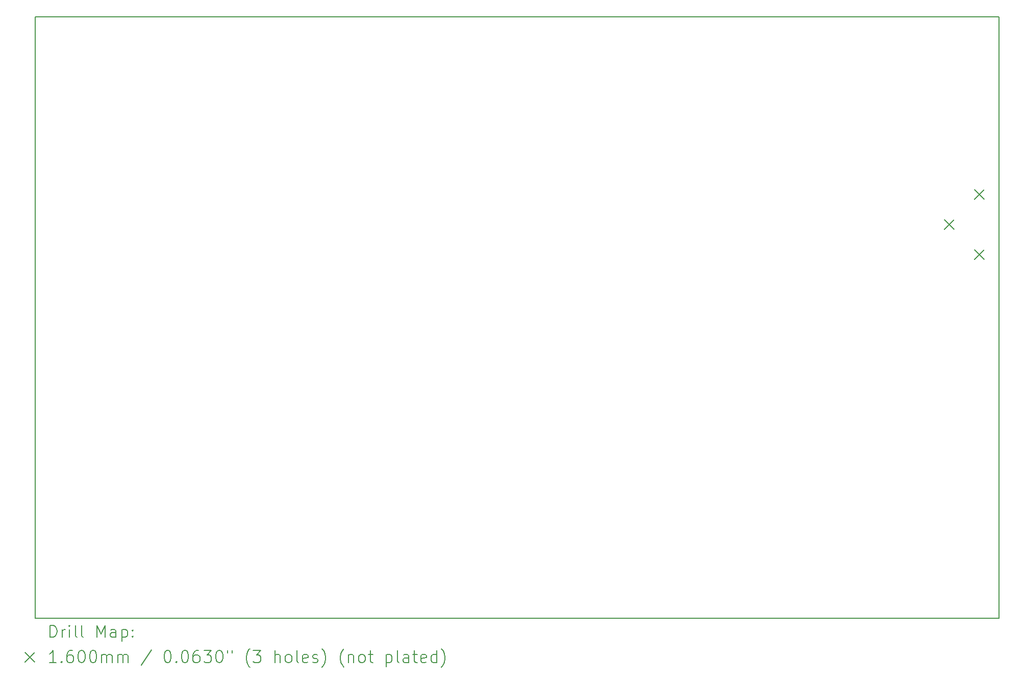
<source format=gbr>
%TF.GenerationSoftware,KiCad,Pcbnew,(6.0.11)*%
%TF.CreationDate,2024-04-02T11:50:44-04:00*%
%TF.ProjectId,DAISY256,44414953-5932-4353-962e-6b696361645f,rev?*%
%TF.SameCoordinates,Original*%
%TF.FileFunction,Drillmap*%
%TF.FilePolarity,Positive*%
%FSLAX45Y45*%
G04 Gerber Fmt 4.5, Leading zero omitted, Abs format (unit mm)*
G04 Created by KiCad (PCBNEW (6.0.11)) date 2024-04-02 11:50:44*
%MOMM*%
%LPD*%
G01*
G04 APERTURE LIST*
%ADD10C,0.150000*%
%ADD11C,0.200000*%
%ADD12C,0.160000*%
G04 APERTURE END LIST*
D10*
X4618000Y-15857000D02*
X7638000Y-15857000D01*
X17628000Y-15857000D02*
X20618000Y-15857000D01*
X4618000Y-5867000D02*
X7638000Y-5867000D01*
X17628000Y-5867000D02*
X7638000Y-5867000D01*
X20618000Y-5867000D02*
X20618000Y-15857000D01*
X17628000Y-5867000D02*
X20618000Y-5867000D01*
X7638000Y-15857000D02*
X17628000Y-15857000D01*
X4618000Y-5867000D02*
X4618000Y-15857000D01*
D11*
D12*
X19713000Y-9238600D02*
X19873000Y-9398600D01*
X19873000Y-9238600D02*
X19713000Y-9398600D01*
X20213000Y-8738600D02*
X20373000Y-8898600D01*
X20373000Y-8738600D02*
X20213000Y-8898600D01*
X20213000Y-9738600D02*
X20373000Y-9898600D01*
X20373000Y-9738600D02*
X20213000Y-9898600D01*
D11*
X4868119Y-16174976D02*
X4868119Y-15974976D01*
X4915738Y-15974976D01*
X4944310Y-15984500D01*
X4963357Y-16003548D01*
X4972881Y-16022595D01*
X4982405Y-16060690D01*
X4982405Y-16089262D01*
X4972881Y-16127357D01*
X4963357Y-16146405D01*
X4944310Y-16165452D01*
X4915738Y-16174976D01*
X4868119Y-16174976D01*
X5068119Y-16174976D02*
X5068119Y-16041643D01*
X5068119Y-16079738D02*
X5077643Y-16060690D01*
X5087167Y-16051167D01*
X5106214Y-16041643D01*
X5125262Y-16041643D01*
X5191929Y-16174976D02*
X5191929Y-16041643D01*
X5191929Y-15974976D02*
X5182405Y-15984500D01*
X5191929Y-15994024D01*
X5201452Y-15984500D01*
X5191929Y-15974976D01*
X5191929Y-15994024D01*
X5315738Y-16174976D02*
X5296690Y-16165452D01*
X5287167Y-16146405D01*
X5287167Y-15974976D01*
X5420500Y-16174976D02*
X5401452Y-16165452D01*
X5391929Y-16146405D01*
X5391929Y-15974976D01*
X5649071Y-16174976D02*
X5649071Y-15974976D01*
X5715738Y-16117833D01*
X5782405Y-15974976D01*
X5782405Y-16174976D01*
X5963357Y-16174976D02*
X5963357Y-16070214D01*
X5953833Y-16051167D01*
X5934786Y-16041643D01*
X5896690Y-16041643D01*
X5877643Y-16051167D01*
X5963357Y-16165452D02*
X5944309Y-16174976D01*
X5896690Y-16174976D01*
X5877643Y-16165452D01*
X5868119Y-16146405D01*
X5868119Y-16127357D01*
X5877643Y-16108309D01*
X5896690Y-16098786D01*
X5944309Y-16098786D01*
X5963357Y-16089262D01*
X6058595Y-16041643D02*
X6058595Y-16241643D01*
X6058595Y-16051167D02*
X6077643Y-16041643D01*
X6115738Y-16041643D01*
X6134786Y-16051167D01*
X6144309Y-16060690D01*
X6153833Y-16079738D01*
X6153833Y-16136881D01*
X6144309Y-16155928D01*
X6134786Y-16165452D01*
X6115738Y-16174976D01*
X6077643Y-16174976D01*
X6058595Y-16165452D01*
X6239548Y-16155928D02*
X6249071Y-16165452D01*
X6239548Y-16174976D01*
X6230024Y-16165452D01*
X6239548Y-16155928D01*
X6239548Y-16174976D01*
X6239548Y-16051167D02*
X6249071Y-16060690D01*
X6239548Y-16070214D01*
X6230024Y-16060690D01*
X6239548Y-16051167D01*
X6239548Y-16070214D01*
D12*
X4450500Y-16424500D02*
X4610500Y-16584500D01*
X4610500Y-16424500D02*
X4450500Y-16584500D01*
D11*
X4972881Y-16594976D02*
X4858595Y-16594976D01*
X4915738Y-16594976D02*
X4915738Y-16394976D01*
X4896690Y-16423548D01*
X4877643Y-16442595D01*
X4858595Y-16452119D01*
X5058595Y-16575928D02*
X5068119Y-16585452D01*
X5058595Y-16594976D01*
X5049071Y-16585452D01*
X5058595Y-16575928D01*
X5058595Y-16594976D01*
X5239548Y-16394976D02*
X5201452Y-16394976D01*
X5182405Y-16404500D01*
X5172881Y-16414024D01*
X5153833Y-16442595D01*
X5144310Y-16480690D01*
X5144310Y-16556881D01*
X5153833Y-16575928D01*
X5163357Y-16585452D01*
X5182405Y-16594976D01*
X5220500Y-16594976D01*
X5239548Y-16585452D01*
X5249071Y-16575928D01*
X5258595Y-16556881D01*
X5258595Y-16509262D01*
X5249071Y-16490214D01*
X5239548Y-16480690D01*
X5220500Y-16471167D01*
X5182405Y-16471167D01*
X5163357Y-16480690D01*
X5153833Y-16490214D01*
X5144310Y-16509262D01*
X5382405Y-16394976D02*
X5401452Y-16394976D01*
X5420500Y-16404500D01*
X5430024Y-16414024D01*
X5439548Y-16433071D01*
X5449071Y-16471167D01*
X5449071Y-16518786D01*
X5439548Y-16556881D01*
X5430024Y-16575928D01*
X5420500Y-16585452D01*
X5401452Y-16594976D01*
X5382405Y-16594976D01*
X5363357Y-16585452D01*
X5353833Y-16575928D01*
X5344310Y-16556881D01*
X5334786Y-16518786D01*
X5334786Y-16471167D01*
X5344310Y-16433071D01*
X5353833Y-16414024D01*
X5363357Y-16404500D01*
X5382405Y-16394976D01*
X5572881Y-16394976D02*
X5591929Y-16394976D01*
X5610976Y-16404500D01*
X5620500Y-16414024D01*
X5630024Y-16433071D01*
X5639548Y-16471167D01*
X5639548Y-16518786D01*
X5630024Y-16556881D01*
X5620500Y-16575928D01*
X5610976Y-16585452D01*
X5591929Y-16594976D01*
X5572881Y-16594976D01*
X5553833Y-16585452D01*
X5544310Y-16575928D01*
X5534786Y-16556881D01*
X5525262Y-16518786D01*
X5525262Y-16471167D01*
X5534786Y-16433071D01*
X5544310Y-16414024D01*
X5553833Y-16404500D01*
X5572881Y-16394976D01*
X5725262Y-16594976D02*
X5725262Y-16461643D01*
X5725262Y-16480690D02*
X5734786Y-16471167D01*
X5753833Y-16461643D01*
X5782405Y-16461643D01*
X5801452Y-16471167D01*
X5810976Y-16490214D01*
X5810976Y-16594976D01*
X5810976Y-16490214D02*
X5820500Y-16471167D01*
X5839548Y-16461643D01*
X5868119Y-16461643D01*
X5887167Y-16471167D01*
X5896690Y-16490214D01*
X5896690Y-16594976D01*
X5991928Y-16594976D02*
X5991928Y-16461643D01*
X5991928Y-16480690D02*
X6001452Y-16471167D01*
X6020500Y-16461643D01*
X6049071Y-16461643D01*
X6068119Y-16471167D01*
X6077643Y-16490214D01*
X6077643Y-16594976D01*
X6077643Y-16490214D02*
X6087167Y-16471167D01*
X6106214Y-16461643D01*
X6134786Y-16461643D01*
X6153833Y-16471167D01*
X6163357Y-16490214D01*
X6163357Y-16594976D01*
X6553833Y-16385452D02*
X6382405Y-16642595D01*
X6810976Y-16394976D02*
X6830024Y-16394976D01*
X6849071Y-16404500D01*
X6858595Y-16414024D01*
X6868119Y-16433071D01*
X6877643Y-16471167D01*
X6877643Y-16518786D01*
X6868119Y-16556881D01*
X6858595Y-16575928D01*
X6849071Y-16585452D01*
X6830024Y-16594976D01*
X6810976Y-16594976D01*
X6791928Y-16585452D01*
X6782405Y-16575928D01*
X6772881Y-16556881D01*
X6763357Y-16518786D01*
X6763357Y-16471167D01*
X6772881Y-16433071D01*
X6782405Y-16414024D01*
X6791928Y-16404500D01*
X6810976Y-16394976D01*
X6963357Y-16575928D02*
X6972881Y-16585452D01*
X6963357Y-16594976D01*
X6953833Y-16585452D01*
X6963357Y-16575928D01*
X6963357Y-16594976D01*
X7096690Y-16394976D02*
X7115738Y-16394976D01*
X7134786Y-16404500D01*
X7144309Y-16414024D01*
X7153833Y-16433071D01*
X7163357Y-16471167D01*
X7163357Y-16518786D01*
X7153833Y-16556881D01*
X7144309Y-16575928D01*
X7134786Y-16585452D01*
X7115738Y-16594976D01*
X7096690Y-16594976D01*
X7077643Y-16585452D01*
X7068119Y-16575928D01*
X7058595Y-16556881D01*
X7049071Y-16518786D01*
X7049071Y-16471167D01*
X7058595Y-16433071D01*
X7068119Y-16414024D01*
X7077643Y-16404500D01*
X7096690Y-16394976D01*
X7334786Y-16394976D02*
X7296690Y-16394976D01*
X7277643Y-16404500D01*
X7268119Y-16414024D01*
X7249071Y-16442595D01*
X7239548Y-16480690D01*
X7239548Y-16556881D01*
X7249071Y-16575928D01*
X7258595Y-16585452D01*
X7277643Y-16594976D01*
X7315738Y-16594976D01*
X7334786Y-16585452D01*
X7344309Y-16575928D01*
X7353833Y-16556881D01*
X7353833Y-16509262D01*
X7344309Y-16490214D01*
X7334786Y-16480690D01*
X7315738Y-16471167D01*
X7277643Y-16471167D01*
X7258595Y-16480690D01*
X7249071Y-16490214D01*
X7239548Y-16509262D01*
X7420500Y-16394976D02*
X7544309Y-16394976D01*
X7477643Y-16471167D01*
X7506214Y-16471167D01*
X7525262Y-16480690D01*
X7534786Y-16490214D01*
X7544309Y-16509262D01*
X7544309Y-16556881D01*
X7534786Y-16575928D01*
X7525262Y-16585452D01*
X7506214Y-16594976D01*
X7449071Y-16594976D01*
X7430024Y-16585452D01*
X7420500Y-16575928D01*
X7668119Y-16394976D02*
X7687167Y-16394976D01*
X7706214Y-16404500D01*
X7715738Y-16414024D01*
X7725262Y-16433071D01*
X7734786Y-16471167D01*
X7734786Y-16518786D01*
X7725262Y-16556881D01*
X7715738Y-16575928D01*
X7706214Y-16585452D01*
X7687167Y-16594976D01*
X7668119Y-16594976D01*
X7649071Y-16585452D01*
X7639548Y-16575928D01*
X7630024Y-16556881D01*
X7620500Y-16518786D01*
X7620500Y-16471167D01*
X7630024Y-16433071D01*
X7639548Y-16414024D01*
X7649071Y-16404500D01*
X7668119Y-16394976D01*
X7810976Y-16394976D02*
X7810976Y-16433071D01*
X7887167Y-16394976D02*
X7887167Y-16433071D01*
X8182405Y-16671167D02*
X8172881Y-16661643D01*
X8153833Y-16633071D01*
X8144309Y-16614024D01*
X8134786Y-16585452D01*
X8125262Y-16537833D01*
X8125262Y-16499738D01*
X8134786Y-16452119D01*
X8144309Y-16423548D01*
X8153833Y-16404500D01*
X8172881Y-16375928D01*
X8182405Y-16366405D01*
X8239548Y-16394976D02*
X8363357Y-16394976D01*
X8296690Y-16471167D01*
X8325262Y-16471167D01*
X8344309Y-16480690D01*
X8353833Y-16490214D01*
X8363357Y-16509262D01*
X8363357Y-16556881D01*
X8353833Y-16575928D01*
X8344309Y-16585452D01*
X8325262Y-16594976D01*
X8268119Y-16594976D01*
X8249071Y-16585452D01*
X8239548Y-16575928D01*
X8601452Y-16594976D02*
X8601452Y-16394976D01*
X8687167Y-16594976D02*
X8687167Y-16490214D01*
X8677643Y-16471167D01*
X8658595Y-16461643D01*
X8630024Y-16461643D01*
X8610976Y-16471167D01*
X8601452Y-16480690D01*
X8810976Y-16594976D02*
X8791929Y-16585452D01*
X8782405Y-16575928D01*
X8772881Y-16556881D01*
X8772881Y-16499738D01*
X8782405Y-16480690D01*
X8791929Y-16471167D01*
X8810976Y-16461643D01*
X8839548Y-16461643D01*
X8858595Y-16471167D01*
X8868119Y-16480690D01*
X8877643Y-16499738D01*
X8877643Y-16556881D01*
X8868119Y-16575928D01*
X8858595Y-16585452D01*
X8839548Y-16594976D01*
X8810976Y-16594976D01*
X8991929Y-16594976D02*
X8972881Y-16585452D01*
X8963357Y-16566405D01*
X8963357Y-16394976D01*
X9144310Y-16585452D02*
X9125262Y-16594976D01*
X9087167Y-16594976D01*
X9068119Y-16585452D01*
X9058595Y-16566405D01*
X9058595Y-16490214D01*
X9068119Y-16471167D01*
X9087167Y-16461643D01*
X9125262Y-16461643D01*
X9144310Y-16471167D01*
X9153833Y-16490214D01*
X9153833Y-16509262D01*
X9058595Y-16528309D01*
X9230024Y-16585452D02*
X9249071Y-16594976D01*
X9287167Y-16594976D01*
X9306214Y-16585452D01*
X9315738Y-16566405D01*
X9315738Y-16556881D01*
X9306214Y-16537833D01*
X9287167Y-16528309D01*
X9258595Y-16528309D01*
X9239548Y-16518786D01*
X9230024Y-16499738D01*
X9230024Y-16490214D01*
X9239548Y-16471167D01*
X9258595Y-16461643D01*
X9287167Y-16461643D01*
X9306214Y-16471167D01*
X9382405Y-16671167D02*
X9391929Y-16661643D01*
X9410976Y-16633071D01*
X9420500Y-16614024D01*
X9430024Y-16585452D01*
X9439548Y-16537833D01*
X9439548Y-16499738D01*
X9430024Y-16452119D01*
X9420500Y-16423548D01*
X9410976Y-16404500D01*
X9391929Y-16375928D01*
X9382405Y-16366405D01*
X9744310Y-16671167D02*
X9734786Y-16661643D01*
X9715738Y-16633071D01*
X9706214Y-16614024D01*
X9696690Y-16585452D01*
X9687167Y-16537833D01*
X9687167Y-16499738D01*
X9696690Y-16452119D01*
X9706214Y-16423548D01*
X9715738Y-16404500D01*
X9734786Y-16375928D01*
X9744310Y-16366405D01*
X9820500Y-16461643D02*
X9820500Y-16594976D01*
X9820500Y-16480690D02*
X9830024Y-16471167D01*
X9849071Y-16461643D01*
X9877643Y-16461643D01*
X9896690Y-16471167D01*
X9906214Y-16490214D01*
X9906214Y-16594976D01*
X10030024Y-16594976D02*
X10010976Y-16585452D01*
X10001452Y-16575928D01*
X9991929Y-16556881D01*
X9991929Y-16499738D01*
X10001452Y-16480690D01*
X10010976Y-16471167D01*
X10030024Y-16461643D01*
X10058595Y-16461643D01*
X10077643Y-16471167D01*
X10087167Y-16480690D01*
X10096690Y-16499738D01*
X10096690Y-16556881D01*
X10087167Y-16575928D01*
X10077643Y-16585452D01*
X10058595Y-16594976D01*
X10030024Y-16594976D01*
X10153833Y-16461643D02*
X10230024Y-16461643D01*
X10182405Y-16394976D02*
X10182405Y-16566405D01*
X10191929Y-16585452D01*
X10210976Y-16594976D01*
X10230024Y-16594976D01*
X10449071Y-16461643D02*
X10449071Y-16661643D01*
X10449071Y-16471167D02*
X10468119Y-16461643D01*
X10506214Y-16461643D01*
X10525262Y-16471167D01*
X10534786Y-16480690D01*
X10544310Y-16499738D01*
X10544310Y-16556881D01*
X10534786Y-16575928D01*
X10525262Y-16585452D01*
X10506214Y-16594976D01*
X10468119Y-16594976D01*
X10449071Y-16585452D01*
X10658595Y-16594976D02*
X10639548Y-16585452D01*
X10630024Y-16566405D01*
X10630024Y-16394976D01*
X10820500Y-16594976D02*
X10820500Y-16490214D01*
X10810976Y-16471167D01*
X10791929Y-16461643D01*
X10753833Y-16461643D01*
X10734786Y-16471167D01*
X10820500Y-16585452D02*
X10801452Y-16594976D01*
X10753833Y-16594976D01*
X10734786Y-16585452D01*
X10725262Y-16566405D01*
X10725262Y-16547357D01*
X10734786Y-16528309D01*
X10753833Y-16518786D01*
X10801452Y-16518786D01*
X10820500Y-16509262D01*
X10887167Y-16461643D02*
X10963357Y-16461643D01*
X10915738Y-16394976D02*
X10915738Y-16566405D01*
X10925262Y-16585452D01*
X10944310Y-16594976D01*
X10963357Y-16594976D01*
X11106214Y-16585452D02*
X11087167Y-16594976D01*
X11049071Y-16594976D01*
X11030024Y-16585452D01*
X11020500Y-16566405D01*
X11020500Y-16490214D01*
X11030024Y-16471167D01*
X11049071Y-16461643D01*
X11087167Y-16461643D01*
X11106214Y-16471167D01*
X11115738Y-16490214D01*
X11115738Y-16509262D01*
X11020500Y-16528309D01*
X11287167Y-16594976D02*
X11287167Y-16394976D01*
X11287167Y-16585452D02*
X11268119Y-16594976D01*
X11230024Y-16594976D01*
X11210976Y-16585452D01*
X11201452Y-16575928D01*
X11191928Y-16556881D01*
X11191928Y-16499738D01*
X11201452Y-16480690D01*
X11210976Y-16471167D01*
X11230024Y-16461643D01*
X11268119Y-16461643D01*
X11287167Y-16471167D01*
X11363357Y-16671167D02*
X11372881Y-16661643D01*
X11391928Y-16633071D01*
X11401452Y-16614024D01*
X11410976Y-16585452D01*
X11420500Y-16537833D01*
X11420500Y-16499738D01*
X11410976Y-16452119D01*
X11401452Y-16423548D01*
X11391928Y-16404500D01*
X11372881Y-16375928D01*
X11363357Y-16366405D01*
M02*

</source>
